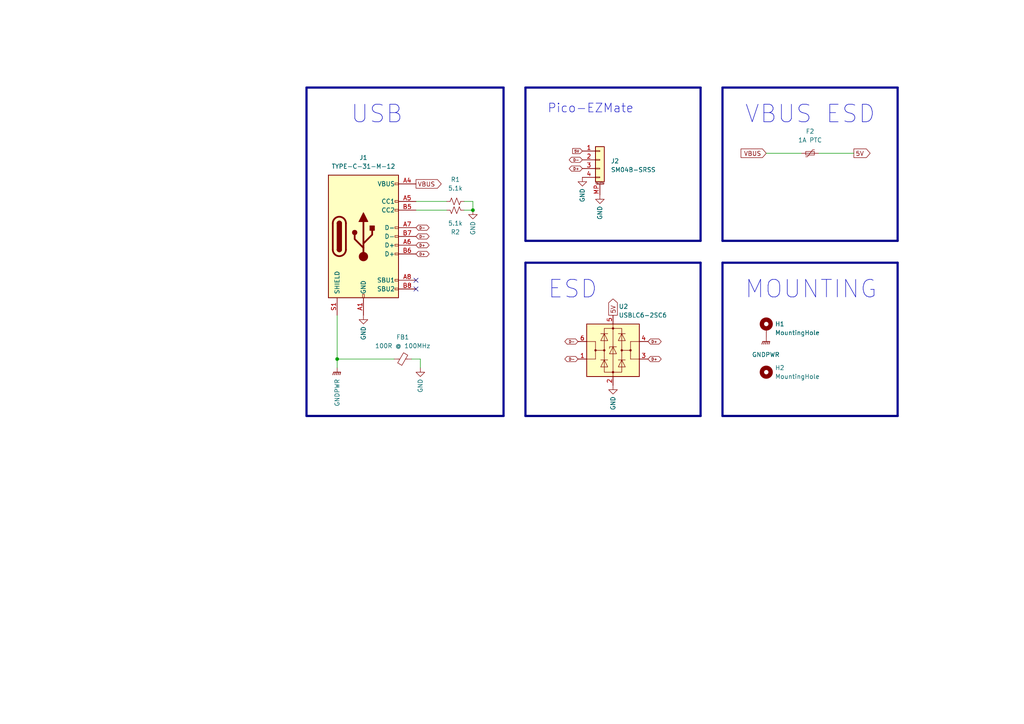
<source format=kicad_sch>
(kicad_sch (version 20230121) (generator eeschema)
  (paper "A4")
  (title_block (title "Unified Daughterboard UDB-S1") (date "2022-09-16") (rev "V1.0.0"))
  (lib_symbols
    (symbol "Connector:USB_C_Receptacle_USB2.0" (pin_names (offset 1.016))
      (property "Reference" "J" (at -10.16 19.05 0))
      (property "Value" "USB_C_Receptacle_USB2.0" (at 19.05 19.05 0))
      (symbol "USB_C_Receptacle_USB2.0_0_0"
        (rectangle (start -0.254 -17.78) (end 0.254 -16.764))
        (rectangle (start 10.16 -14.986) (end 9.144 -15.494))
        (rectangle (start 10.16 -12.446) (end 9.144 -12.954))
        (rectangle (start 10.16 -4.826) (end 9.144 -5.334))
        (rectangle (start 10.16 -2.286) (end 9.144 -2.794))
        (rectangle (start 10.16 0.254) (end 9.144 -0.254))
        (rectangle (start 10.16 2.794) (end 9.144 2.286))
        (rectangle (start 10.16 7.874) (end 9.144 7.366))
        (rectangle (start 10.16 10.414) (end 9.144 9.906))
        (rectangle (start 10.16 15.494) (end 9.144 14.986))
      )
      (symbol "USB_C_Receptacle_USB2.0_0_1"
        (rectangle (start -10.16 17.78) (end 10.16 -17.78) (stroke (width 0.254)) (fill (type background)))
        (arc (start -8.89 -3.81) (mid -6.985 -5.7067) (end -5.08 -3.81) (stroke (width 0.508)))
        (arc (start -7.62 -3.81) (mid -6.985 -4.4423) (end -6.35 -3.81) (stroke (width 0.254)))
        (arc (start -7.62 -3.81) (mid -6.985 -4.4423) (end -6.35 -3.81) (stroke (width 0.254)) (fill (type outline)))
        (rectangle (start -7.62 -3.81) (end -6.35 3.81) (stroke (width 0.254)) (fill (type outline)))
        (arc (start -6.35 3.81) (mid -6.985 4.4423) (end -7.62 3.81) (stroke (width 0.254)))
        (arc (start -6.35 3.81) (mid -6.985 4.4423) (end -7.62 3.81) (stroke (width 0.254)) (fill (type outline)))
        (arc (start -5.08 3.81) (mid -6.985 5.7067) (end -8.89 3.81) (stroke (width 0.508)))
        (circle (center -2.54 1.143) (radius 0.635) (stroke (width 0.254)) (fill (type outline)))
        (circle (center 0 -5.842) (radius 1.27) (fill (type outline)))
        (polyline (pts (xy -8.89 -3.81) (xy -8.89 3.81)) (stroke (width 0.508)))
        (polyline (pts (xy -5.08 3.81) (xy -5.08 -3.81)) (stroke (width 0.508)))
        (polyline (pts (xy 0 -5.842) (xy 0 4.318)) (stroke (width 0.508)))
        (polyline (pts (xy 0 -3.302) (xy -2.54 -0.762) (xy -2.54 0.508)) (stroke (width 0.508)))
        (polyline (pts (xy 0 -2.032) (xy 2.54 0.508) (xy 2.54 1.778)) (stroke (width 0.508)))
        (polyline (pts (xy -1.27 4.318) (xy 0 6.858) (xy 1.27 4.318) (xy -1.27 4.318)) (stroke (width 0.254)) (fill (type outline)))
        (rectangle (start 1.905 1.778) (end 3.175 3.048) (stroke (width 0.254)) (fill (type outline)))
      )
      (symbol "USB_C_Receptacle_USB2.0_1_1"
        (pin passive line (at 0 -22.86 90) (length 5.08) (name "GND") (number "A1"))
        (pin passive line (at 0 -22.86 90) (length 5.08) hide (name "GND") (number "A12"))
        (pin passive line (at 15.24 15.24 180) (length 5.08) (name "VBUS") (number "A4"))
        (pin bidirectional line (at 15.24 10.16 180) (length 5.08) (name "CC1") (number "A5"))
        (pin bidirectional line (at 15.24 -2.54 180) (length 5.08) (name "D+") (number "A6"))
        (pin bidirectional line (at 15.24 2.54 180) (length 5.08) (name "D-") (number "A7"))
        (pin bidirectional line (at 15.24 -12.7 180) (length 5.08) (name "SBU1") (number "A8"))
        (pin passive line (at 15.24 15.24 180) (length 5.08) hide (name "VBUS") (number "A9"))
        (pin passive line (at 0 -22.86 90) (length 5.08) hide (name "GND") (number "B1"))
        (pin passive line (at 0 -22.86 90) (length 5.08) hide (name "GND") (number "B12"))
        (pin passive line (at 15.24 15.24 180) (length 5.08) hide (name "VBUS") (number "B4"))
        (pin bidirectional line (at 15.24 7.62 180) (length 5.08) (name "CC2") (number "B5"))
        (pin bidirectional line (at 15.24 -5.08 180) (length 5.08) (name "D+") (number "B6"))
        (pin bidirectional line (at 15.24 0 180) (length 5.08) (name "D-") (number "B7"))
        (pin bidirectional line (at 15.24 -15.24 180) (length 5.08) (name "SBU2") (number "B8"))
        (pin passive line (at 15.24 15.24 180) (length 5.08) hide (name "VBUS") (number "B9"))
        (pin passive line (at -7.62 -22.86 90) (length 5.08) (name "SHIELD") (number "S1"))
      )
    )
    (symbol "Connector_Generic_MountingPin:Conn_01x04_MountingPin" (pin_names (offset 1.016) hide)
      (property "Reference" "J" (at 0 5.08 0))
      (property "Value" "Conn_01x04_MountingPin" (at 1.27 -7.62 0))
      (symbol "Conn_01x04_MountingPin_1_1"
        (rectangle (start -1.27 -4.953) (end 0 -5.207) (stroke (width 0.1524)))
        (rectangle (start -1.27 -2.413) (end 0 -2.667) (stroke (width 0.1524)))
        (rectangle (start -1.27 0.127) (end 0 -0.127) (stroke (width 0.1524)))
        (rectangle (start -1.27 2.667) (end 0 2.413) (stroke (width 0.1524)))
        (rectangle (start -1.27 3.81) (end 1.27 -6.35) (stroke (width 0.254)) (fill (type background)))
        (polyline (pts (xy -1.016 -7.112) (xy 1.016 -7.112)) (stroke (width 0.1524)))
        (text "Mounting" (at 0 -6.731 0) (effects (font (size 0.381 0.381))))
        (pin passive line (at -5.08 2.54 0) (length 3.81) (name "Pin_1") (number "1"))
        (pin passive line (at -5.08 0 0) (length 3.81) (name "Pin_2") (number "2"))
        (pin passive line (at -5.08 -2.54 0) (length 3.81) (name "Pin_3") (number "3"))
        (pin passive line (at -5.08 -5.08 0) (length 3.81) (name "Pin_4") (number "4"))
        (pin passive line (at 0 -10.16 90) (length 3.048) (name "MountPin") (number "MP"))
      )
    )
    (symbol "Device:FerriteBead_Small" (pin_numbers hide) (pin_names (offset 0))
      (property "Reference" "FB" (at 1.905 1.27 0))
      (property "Value" "FerriteBead_Small" (at 1.905 -1.27 0))
      (symbol "FerriteBead_Small_0_1"
        (polyline (pts (xy 0 -1.27) (xy 0 -0.7874)))
        (polyline (pts (xy 0 0.889) (xy 0 1.2954)))
        (polyline (pts (xy -1.8288 0.2794) (xy -1.1176 1.4986) (xy 1.8288 -0.2032) (xy 1.1176 -1.4224) (xy -1.8288 0.2794)))
      )
      (symbol "FerriteBead_Small_1_1"
        (pin passive line (at 0 2.54 270) (length 1.27) (name "~") (number "1"))
        (pin passive line (at 0 -2.54 90) (length 1.27) (name "~") (number "2"))
      )
    )
    (symbol "Device:Polyfuse_Small" (pin_numbers hide) (pin_names (offset 0))
      (property "Reference" "F" (at -1.905 0 90))
      (property "Value" "Polyfuse_Small" (at 1.905 0 90))
      (symbol "Polyfuse_Small_0_1"
        (rectangle (start -0.508 1.27) (end 0.508 -1.27))
        (polyline (pts (xy 0 2.54) (xy 0 -2.54)))
        (polyline (pts (xy -1.016 1.27) (xy -1.016 0.762) (xy 1.016 -0.762) (xy 1.016 -1.27)))
      )
      (symbol "Polyfuse_Small_1_1"
        (pin passive line (at 0 2.54 270) (length 0.635) (name "~") (number "1"))
        (pin passive line (at 0 -2.54 90) (length 0.635) (name "~") (number "2"))
      )
    )
    (symbol "Device:R_Small_US" (pin_numbers hide) (pin_names (offset 0.254) hide)
      (property "Reference" "R" (at 0.762 0.508 0))
      (property "Value" "R_Small_US" (at 0.762 -1.016 0))
      (symbol "R_Small_US_1_1"
        (polyline (pts (xy 0 0) (xy 1.016 -0.381) (xy 0 -0.762) (xy -1.016 -1.143) (xy 0 -1.524)))
        (polyline (pts (xy 0 1.524) (xy 1.016 1.143) (xy 0 0.762) (xy -1.016 0.381) (xy 0 0)))
        (pin passive line (at 0 2.54 270) (length 1.016) (name "~") (number "1"))
        (pin passive line (at 0 -2.54 90) (length 1.016) (name "~") (number "2"))
      )
    )
    (symbol "Mechanical:MountingHole" (pin_names (offset 1.016))
      (property "Reference" "H" (at 0 5.08 0))
      (property "Value" "MountingHole" (at 0 3.175 0))
      (symbol "MountingHole_0_1"
        (circle (center 0 0) (radius 1.27) (stroke (width 1.27)))
      )
    )
    (symbol "Mechanical:MountingHole_Pad" (pin_numbers hide) (pin_names (offset 1.016) hide)
      (property "Reference" "H" (at 0 6.35 0))
      (property "Value" "MountingHole_Pad" (at 0 4.445 0))
      (symbol "MountingHole_Pad_0_1"
        (circle (center 0 1.27) (radius 1.27) (stroke (width 1.27)))
      )
      (symbol "MountingHole_Pad_1_1"
        (pin input line (at 0 -2.54 90) (length 2.54) (name "1") (number "1"))
      )
    )
    (symbol "Power_Protection:USBLC6-2SC6" (pin_names hide)
      (property "Reference" "U" (at 2.54 8.89 0))
      (property "Value" "USBLC6-2SC6" (at 2.54 -8.89 0))
      (symbol "USBLC6-2SC6_0_1"
        (rectangle (start -7.62 -7.62) (end 7.62 7.62) (stroke (width 0.254)) (fill (type background)))
        (circle (center -5.08 0) (radius 0.254) (fill (type outline)))
        (circle (center -2.54 0) (radius 0.254) (fill (type outline)))
        (rectangle (start -2.54 6.35) (end 2.54 -6.35))
        (circle (center 0 -6.35) (radius 0.254) (fill (type outline)))
        (polyline (pts (xy -5.08 -2.54) (xy -7.62 -2.54)))
        (polyline (pts (xy -5.08 0) (xy -5.08 -2.54)))
        (polyline (pts (xy -5.08 2.54) (xy -7.62 2.54)))
        (polyline (pts (xy -1.524 -2.794) (xy -3.556 -2.794)))
        (polyline (pts (xy -1.524 4.826) (xy -3.556 4.826)))
        (polyline (pts (xy 0 -7.62) (xy 0 -6.35)))
        (polyline (pts (xy 0 -6.35) (xy 0 1.27)))
        (polyline (pts (xy 0 1.27) (xy 0 6.35)))
        (polyline (pts (xy 0 6.35) (xy 0 7.62)))
        (polyline (pts (xy 1.524 -2.794) (xy 3.556 -2.794)))
        (polyline (pts (xy 1.524 4.826) (xy 3.556 4.826)))
        (polyline (pts (xy 5.08 -2.54) (xy 7.62 -2.54)))
        (polyline (pts (xy 5.08 0) (xy 5.08 -2.54)))
        (polyline (pts (xy 5.08 2.54) (xy 7.62 2.54)))
        (polyline (pts (xy -2.54 0) (xy -5.08 0) (xy -5.08 2.54)))
        (polyline (pts (xy 2.54 0) (xy 5.08 0) (xy 5.08 2.54)))
        (polyline (pts (xy -3.556 -4.826) (xy -1.524 -4.826) (xy -2.54 -2.794) (xy -3.556 -4.826)))
        (polyline (pts (xy -3.556 2.794) (xy -1.524 2.794) (xy -2.54 4.826) (xy -3.556 2.794)))
        (polyline (pts (xy -1.016 -1.016) (xy 1.016 -1.016) (xy 0 1.016) (xy -1.016 -1.016)))
        (polyline (pts (xy 1.016 1.016) (xy 0.762 1.016) (xy -1.016 1.016) (xy -1.016 0.508)))
        (polyline (pts (xy 3.556 -4.826) (xy 1.524 -4.826) (xy 2.54 -2.794) (xy 3.556 -4.826)))
        (polyline (pts (xy 3.556 2.794) (xy 1.524 2.794) (xy 2.54 4.826) (xy 3.556 2.794)))
        (circle (center 0 6.35) (radius 0.254) (fill (type outline)))
        (circle (center 2.54 0) (radius 0.254) (fill (type outline)))
        (circle (center 5.08 0) (radius 0.254) (fill (type outline)))
      )
      (symbol "USBLC6-2SC6_1_1"
        (pin passive line (at -10.16 -2.54 0) (length 2.54) (name "I/O1") (number "1"))
        (pin passive line (at 0 -10.16 90) (length 2.54) (name "GND") (number "2"))
        (pin passive line (at 10.16 -2.54 180) (length 2.54) (name "I/O2") (number "3"))
        (pin passive line (at 10.16 2.54 180) (length 2.54) (name "I/O2") (number "4"))
        (pin passive line (at 0 10.16 270) (length 2.54) (name "VBUS") (number "5"))
        (pin passive line (at -10.16 2.54 0) (length 2.54) (name "I/O1") (number "6"))
      )
    )
    (symbol "power:GND" (power) (pin_names (offset 0))
      (property "Value" "GND" (at 0 -3.81 0))
      (symbol "GND_0_1"
        (polyline (pts (xy 0 0) (xy 0 -1.27) (xy 1.27 -1.27) (xy 0 -2.54) (xy -1.27 -1.27) (xy 0 -1.27)))
      )
      (symbol "GND_1_1"
        (pin power_in line (at 0 0 270) (length 0) hide (name "GND") (number "1"))
      )
    )
    (symbol "power:GNDPWR" (power) (pin_names (offset 0))
      (property "Value" "GNDPWR" (at 0 -3.302 0))
      (symbol "GNDPWR_0_1"
        (polyline (pts (xy 0 -1.27) (xy 0 0)))
        (polyline (pts (xy -1.016 -1.27) (xy -1.27 -2.032) (xy -1.27 -2.032)) (stroke (width 0.2032)))
        (polyline (pts (xy -0.508 -1.27) (xy -0.762 -2.032) (xy -0.762 -2.032)) (stroke (width 0.2032)))
        (polyline (pts (xy 0 -1.27) (xy -0.254 -2.032) (xy -0.254 -2.032)) (stroke (width 0.2032)))
        (polyline (pts (xy 0.508 -1.27) (xy 0.254 -2.032) (xy 0.254 -2.032)) (stroke (width 0.2032)))
        (polyline (pts (xy 1.016 -1.27) (xy -1.016 -1.27) (xy -1.016 -1.27)) (stroke (width 0.2032)))
        (polyline (pts (xy 1.016 -1.27) (xy 0.762 -2.032) (xy 0.762 -2.032) (xy 0.762 -2.032)) (stroke (width 0.2032)))
      )
      (symbol "GNDPWR_1_1"
        (pin power_in line (at 0 0 270) (length 0) hide (name "GNDPWR") (number "1"))
      )
    )
  )
  (junction (at 97.79 104.14))
  (junction (at 137.16 60.96))
  (no_connect (at 120.65 83.82))
  (no_connect (at 120.65 81.28))
  (wire (pts (xy 97.79 91.44) (xy 97.79 104.14)))
  (bus (pts (xy 146.05 25.4) (xy 146.05 120.65)) (stroke (width 0.635)))
  (wire (pts (xy 97.79 104.14) (xy 97.79 106.68)))
  (wire (pts (xy 137.16 58.42) (xy 137.16 60.96)))
  (bus (pts (xy 260.35 69.85) (xy 209.55 69.85)) (stroke (width 0.635)))
  (bus (pts (xy 88.9 120.65) (xy 146.05 120.65)) (stroke (width 0.635)))
  (bus (pts (xy 209.55 76.2) (xy 209.55 120.65)) (stroke (width 0.635)))
  (bus (pts (xy 203.2 25.4) (xy 203.2 69.85)) (stroke (width 0.635)))
  (bus (pts (xy 209.55 25.4) (xy 209.55 69.85)) (stroke (width 0.635)))
  (bus (pts (xy 209.55 25.4) (xy 260.35 25.4)) (stroke (width 0.635)))
  (wire (pts (xy 120.65 58.42) (xy 129.54 58.42)))
  (wire (pts (xy 119.38 104.14) (xy 121.92 104.14)))
  (wire (pts (xy 120.65 60.96) (xy 129.54 60.96)))
  (wire (pts (xy 222.25 44.45) (xy 232.41 44.45)))
  (bus (pts (xy 152.4 76.2) (xy 152.4 120.65)) (stroke (width 0.635)))
  (wire (pts (xy 134.62 58.42) (xy 137.16 58.42)))
  (bus (pts (xy 152.4 25.4) (xy 203.2 25.4)) (stroke (width 0.635)))
  (wire (pts (xy 134.62 60.96) (xy 137.16 60.96)))
  (bus (pts (xy 209.55 76.2) (xy 260.35 76.2)) (stroke (width 0.635)))
  (bus (pts (xy 88.9 25.4) (xy 146.05 25.4)) (stroke (width 0.635)))
  (bus (pts (xy 203.2 120.65) (xy 152.4 120.65)) (stroke (width 0.635)))
  (bus (pts (xy 260.35 120.65) (xy 209.55 120.65)) (stroke (width 0.635)))
  (wire (pts (xy 237.49 44.45) (xy 247.65 44.45)))
  (bus (pts (xy 260.35 25.4) (xy 260.35 69.85)) (stroke (width 0.635)))
  (wire (pts (xy 121.92 104.14) (xy 121.92 106.68)))
  (bus (pts (xy 88.9 25.4) (xy 88.9 120.65)) (stroke (width 0.635)))
  (bus (pts (xy 203.2 69.85) (xy 152.4 69.85)) (stroke (width 0.635)))
  (bus (pts (xy 152.4 25.4) (xy 152.4 69.85)) (stroke (width 0.635)))
  (wire (pts (xy 97.79 104.14) (xy 114.3 104.14)))
  (bus (pts (xy 260.35 76.2) (xy 260.35 120.65)) (stroke (width 0.635)))
  (bus (pts (xy 203.2 76.2) (xy 203.2 120.65)) (stroke (width 0.635)))
  (bus (pts (xy 152.4 76.2) (xy 203.2 76.2)) (stroke (width 0.635)))
  (text "ESD" (at 158.75 86.995 0) (effects (font (size 5.08 5.08)) (justify left bottom)))
  (text "VBUS ESD" (at 215.9 36.195 0) (effects (font (size 5.08 5.08)) (justify left bottom)))
  (text "USB" (at 101.6 36.195 0) (effects (font (size 5.08 5.08)) (justify left bottom)))
  (text "MOUNTING" (at 215.9 86.995 0) (effects (font (size 5.08 5.08)) (justify left bottom)))
  (text "Pico-EZMate" (at 158.75 33.02 0) (effects (font (size 2.54 2.54)) (justify left bottom)))
  (global_label "VBUS" (shape output) (at 120.65 53.34 0) (property "Intersheetrefs" "${INTERSHEET_REFS}" (effects hide)))
  (global_label "D-" (shape bidirectional) (at 167.64 99.06 180) (effects (font (size 0.762 0.762))) (property "Intersheetrefs" "${INTERSHEET_REFS}" (effects hide)))
  (global_label "VBUS" (shape input) (at 222.25 44.45 180) (property "Intersheetrefs" "${INTERSHEET_REFS}" (effects hide)))
  (global_label "D+" (shape bidirectional) (at 168.91 48.895 180) (effects (font (size 0.762 0.762))) (property "Intersheetrefs" "${INTERSHEET_REFS}" (effects hide)))
  (global_label "D-" (shape bidirectional) (at 120.65 68.58 0) (effects (font (size 0.762 0.762))) (property "Intersheetrefs" "${INTERSHEET_REFS}" (effects hide)))
  (global_label "5V" (shape output) (at 247.65 44.45 0) (property "Intersheetrefs" "${INTERSHEET_REFS}" (effects hide)))
  (global_label "5V" (shape input) (at 168.91 43.815 180) (effects (font (size 0.762 0.762))) (property "Intersheetrefs" "${INTERSHEET_REFS}" (effects hide)))
  (global_label "5V" (shape output) (at 177.8 91.44 90) (property "Intersheetrefs" "${INTERSHEET_REFS}" (effects hide)))
  (global_label "D-" (shape bidirectional) (at 120.65 66.04 0) (effects (font (size 0.762 0.762))) (property "Intersheetrefs" "${INTERSHEET_REFS}" (effects hide)))
  (global_label "D+" (shape bidirectional) (at 120.65 71.12 0) (effects (font (size 0.762 0.762))) (property "Intersheetrefs" "${INTERSHEET_REFS}" (effects hide)))
  (global_label "D-" (shape bidirectional) (at 168.91 46.355 180) (effects (font (size 0.762 0.762))) (property "Intersheetrefs" "${INTERSHEET_REFS}" (effects hide)))
  (global_label "D+" (shape bidirectional) (at 120.65 73.66 0) (effects (font (size 0.762 0.762))) (property "Intersheetrefs" "${INTERSHEET_REFS}" (effects hide)))
  (global_label "D+" (shape bidirectional) (at 187.96 99.06 0) (effects (font (size 0.762 0.762))) (property "Intersheetrefs" "${INTERSHEET_REFS}" (effects hide)))
  (global_label "D-" (shape bidirectional) (at 167.64 104.14 180) (effects (font (size 0.762 0.762))) (property "Intersheetrefs" "${INTERSHEET_REFS}" (effects hide)))
  (global_label "D+" (shape bidirectional) (at 187.96 104.14 0) (effects (font (size 0.762 0.762))) (property "Intersheetrefs" "${INTERSHEET_REFS}" (effects hide)))
  (symbol (lib_id "Mechanical:MountingHole") (at 222.25 107.95 0) (unit 1) (in_bom no)
    (property "Reference" "H2" (at 224.79 106.6799 0) (effects (justify left)))
    (property "Value" "MountingHole" (at 224.79 109.2199 0) (effects (justify left)))
    (property "Footprint" "MountingHole:MountingHole_3.2mm_M3_DIN965_Pad_TopOnly" (effects hide))
  )
  (symbol (lib_id "power:GNDPWR") (at 97.79 106.68 0) (unit 1)
    (property "Reference" "#PWR05" (effects hide))
    (property "Value" "GNDPWR" (at 97.79 109.855 90) (effects (justify right)))
  )
  (symbol (lib_id "Mechanical:MountingHole_Pad") (at 222.25 95.25 0) (unit 1) (in_bom no)
    (property "Reference" "H1" (at 224.79 93.9799 0) (effects (justify left)))
    (property "Value" "MountingHole" (at 224.79 96.5199 0) (effects (justify left)))
    (property "Footprint" "MountingHole:MountingHole_3.2mm_M3_DIN965_Pad_TopBottom" (effects hide))
  )
  (symbol (lib_id "power:GND") (at 168.91 51.435 0) (unit 1)
    (property "Reference" "#PWR04" (effects hide))
    (property "Value" "GND" (at 168.91 54.61 90) (effects (justify right)))
  )
  (symbol (lib_id "Connector:USB_C_Receptacle_USB2.0") (at 105.41 68.58 0) (unit 1)
    (property "Reference" "J1" (at 105.41 45.72 0))
    (property "Value" "TYPE-C-31-M-12" (at 105.41 48.26 0))
    (property "Footprint" "Connector_USB:USB_C_Receptacle_HRO_TYPE-C-31-M-12" (effects hide))
    (property "Datasheet" "https://www.usb.org/sites/default/files/documents/usb_type-c.zip" (effects hide))
    (property "Manufacturer" "Koren Hroparts" (effects hide))
    (property "Manufacturer Part Number" "TYPE-C-31-M-12" (effects hide))
    (property "LCSC Part Number" "C165948" (effects hide))
  )
  (symbol (lib_id "Power_Protection:USBLC6-2SC6") (at 177.8 101.6 0) (unit 1)
    (property "Reference" "U2" (at 179.4511 88.9 0) (effects (justify left)))
    (property "Value" "USBLC6-2SC6" (at 179.4511 91.44 0) (effects (justify left)))
    (property "Footprint" "Package_TO_SOT_SMD:SOT-23-6" (effects hide))
    (property "Datasheet" "https://www.st.com/resource/en/datasheet/usblc6-2.pdf" (effects hide))
    (property "Manufacturer" "Several" (effects hide))
    (property "Manufacturer Part Number" "Many" (effects hide))
    (property "LCSC Part Number" "C2827654" (effects hide))
  )
  (symbol (lib_id "power:GND") (at 121.92 106.68 0) (unit 1)
    (property "Reference" "#PWR09" (effects hide))
    (property "Value" "GND" (at 121.92 109.855 90) (effects (justify right)))
  )
  (symbol (lib_id "Device:R_Small_US") (at 132.08 60.96 90) (mirror x) (unit 1)
    (property "Reference" "R2" (at 132.08 67.31 90))
    (property "Value" "5.1k" (at 132.08 64.77 90))
    (property "Footprint" "Resistor_SMD:R_0402_1005Metric" (effects hide))
    (property "LCSC Part Number" "C105872" (effects hide))
  )
  (symbol (lib_id "Connector_Generic_MountingPin:Conn_01x04_MountingPin") (at 173.99 46.355 0) (unit 1)
    (property "Reference" "J2" (at 177.165 46.7105 0) (effects (justify left)))
    (property "Value" "SM04B-SRSS" (at 177.165 49.2505 0) (effects (justify left)))
    (property "Footprint" "Connector_JST:JST_SH_SM04B-SRSS-TB_1x04-1MP_P1.00mm_Horizontal" (effects hide))
    (property "Manufacturer" "JST" (effects hide))
    (property "Manufacturer Part Number" "SM04B-SRSS-TB" (effects hide))
    (property "LCSC Part Number" "C160404" (effects hide))
  )
  (symbol (lib_id "power:GND") (at 105.41 91.44 0) (unit 1)
    (property "Reference" "#PWR010" (effects hide))
    (property "Value" "GND" (at 105.41 94.615 90) (effects (justify right)))
  )
  (symbol (lib_id "power:GND") (at 137.16 60.96 0) (unit 1)
    (property "Reference" "#PWR02" (effects hide))
    (property "Value" "GND" (at 137.16 64.135 90) (effects (justify right)))
  )
  (symbol (lib_id "power:GND") (at 177.8 111.76 0) (unit 1)
    (property "Reference" "#PWR08" (effects hide))
    (property "Value" "GND" (at 177.8 114.935 90) (effects (justify right)))
  )
  (symbol (lib_id "power:GND") (at 173.99 56.515 0) (unit 1)
    (property "Reference" "#PWR06" (effects hide))
    (property "Value" "GND" (at 173.99 59.69 90) (effects (justify right)))
  )
  (symbol (lib_id "Device:R_Small_US") (at 132.08 58.42 90) (unit 1)
    (property "Reference" "R1" (at 132.08 52.07 90))
    (property "Value" "5.1k" (at 132.08 54.61 90))
    (property "Footprint" "Resistor_SMD:R_0402_1005Metric" (effects hide))
    (property "Manufacturer" "Jellybean part pls just look up if none are available" (effects hide))
    (property "LCSC Part Number" "C105872" (effects hide))
  )
  (symbol (lib_id "power:GNDPWR") (at 222.25 97.79 0) (unit 1)
    (property "Reference" "#PWR01" (effects hide))
    (property "Value" "GNDPWR" (at 222.123 102.87 0))
  )
  (symbol (lib_id "Device:FerriteBead_Small") (at 116.84 104.14 90) (unit 1)
    (property "Reference" "FB1" (at 116.8019 97.79 90))
    (property "Value" "100R @ 100MHz" (at 116.8019 100.33 90))
    (property "Footprint" "Inductor_SMD:L_0603_1608Metric" (effects hide))
    (property "LCSC Part Number" "C96995" (effects hide))
  )
  (symbol (lib_id "Device:Polyfuse_Small") (at 234.95 44.45 90) (unit 1)
    (property "Reference" "F2" (at 234.95 38.1 90))
    (property "Value" "1A PTC" (at 234.95 40.64 90))
    (property "Footprint" "Fuse:Fuse_0402_1005Metric" (effects hide))
    (property "LCSC Part Number" "C914087" (effects hide))
  )
)
</source>
